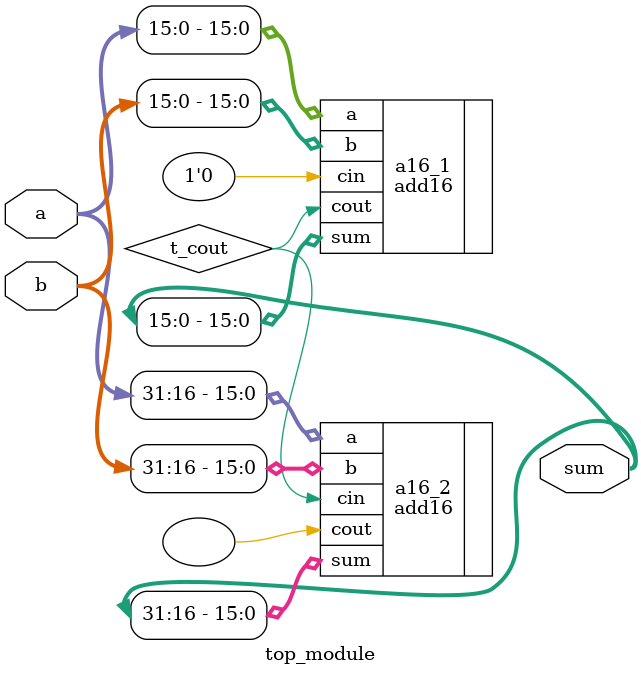
<source format=v>
module top_module(
    input [31:0] a,
    input [31:0] b,
    output [31:0] sum
);
/*
module add16 ( input[15:0] a, 
                input[15:0] b, 
                input cin, 
                output[15:0] sum, 
                output cout );
*/
    wire t_cout;
    add16 a16_1(.a(a[15:0]), .b(b[15:0]), .cin(1'b0), .cout(t_cout), .sum(sum[15:0]));
    add16 a16_2(.a(a[31:16]), .b(b[31:16]),.cin(t_cout), .cout(), .sum(sum[31:16]));
endmodule

</source>
